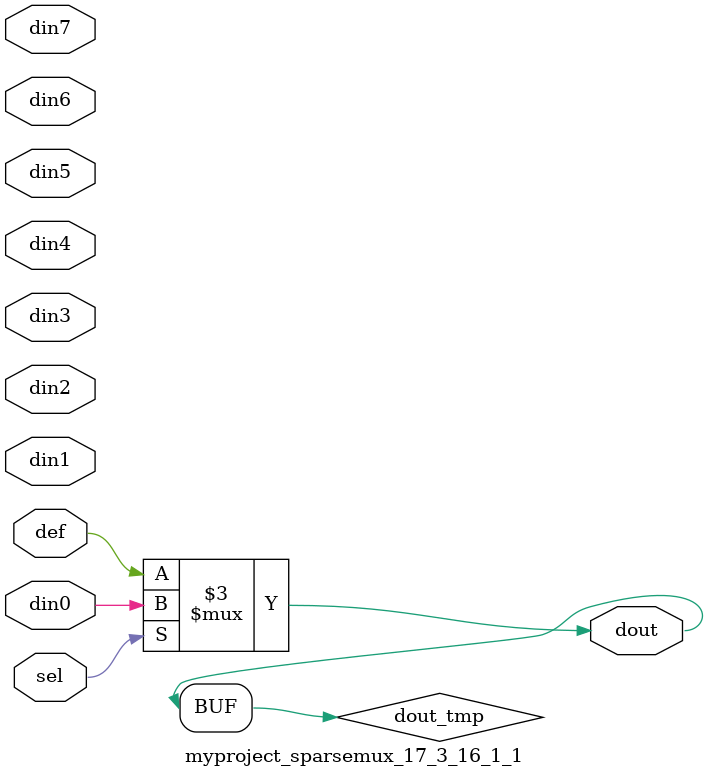
<source format=v>
`timescale 1ns / 1ps

module myproject_sparsemux_17_3_16_1_1 (din0,din1,din2,din3,din4,din5,din6,din7,def,sel,dout);

parameter din0_WIDTH = 1;

parameter din1_WIDTH = 1;

parameter din2_WIDTH = 1;

parameter din3_WIDTH = 1;

parameter din4_WIDTH = 1;

parameter din5_WIDTH = 1;

parameter din6_WIDTH = 1;

parameter din7_WIDTH = 1;

parameter def_WIDTH = 1;
parameter sel_WIDTH = 1;
parameter dout_WIDTH = 1;

parameter [sel_WIDTH-1:0] CASE0 = 1;

parameter [sel_WIDTH-1:0] CASE1 = 1;

parameter [sel_WIDTH-1:0] CASE2 = 1;

parameter [sel_WIDTH-1:0] CASE3 = 1;

parameter [sel_WIDTH-1:0] CASE4 = 1;

parameter [sel_WIDTH-1:0] CASE5 = 1;

parameter [sel_WIDTH-1:0] CASE6 = 1;

parameter [sel_WIDTH-1:0] CASE7 = 1;

parameter ID = 1;
parameter NUM_STAGE = 1;



input [din0_WIDTH-1:0] din0;

input [din1_WIDTH-1:0] din1;

input [din2_WIDTH-1:0] din2;

input [din3_WIDTH-1:0] din3;

input [din4_WIDTH-1:0] din4;

input [din5_WIDTH-1:0] din5;

input [din6_WIDTH-1:0] din6;

input [din7_WIDTH-1:0] din7;

input [def_WIDTH-1:0] def;
input [sel_WIDTH-1:0] sel;

output [dout_WIDTH-1:0] dout;



reg [dout_WIDTH-1:0] dout_tmp;

always @ (*) begin
case (sel)
    
    CASE0 : dout_tmp = din0;
    
    CASE1 : dout_tmp = din1;
    
    CASE2 : dout_tmp = din2;
    
    CASE3 : dout_tmp = din3;
    
    CASE4 : dout_tmp = din4;
    
    CASE5 : dout_tmp = din5;
    
    CASE6 : dout_tmp = din6;
    
    CASE7 : dout_tmp = din7;
    
    default : dout_tmp = def;
endcase
end


assign dout = dout_tmp;



endmodule

</source>
